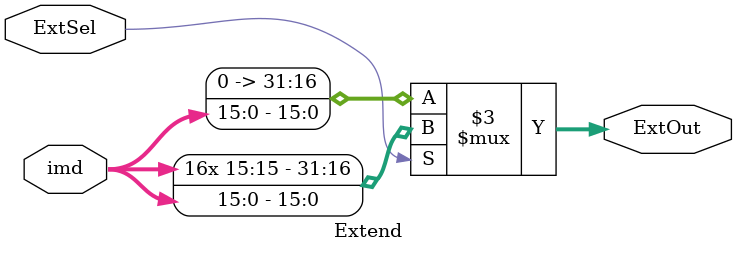
<source format=v>
`timescale 1ns / 1ps


module Extend(
    input ExtSel,
    input [15:0] imd,
    output reg [31:0] ExtOut
    );
    
    always @(imd or ExtSel) begin
        if (ExtSel) begin
            ExtOut <= {{16{imd[15]}}, imd[15:0]};
        end
        else begin
            ExtOut <= {{16{0}}, imd[15:0]};
        end
    end
endmodule

</source>
